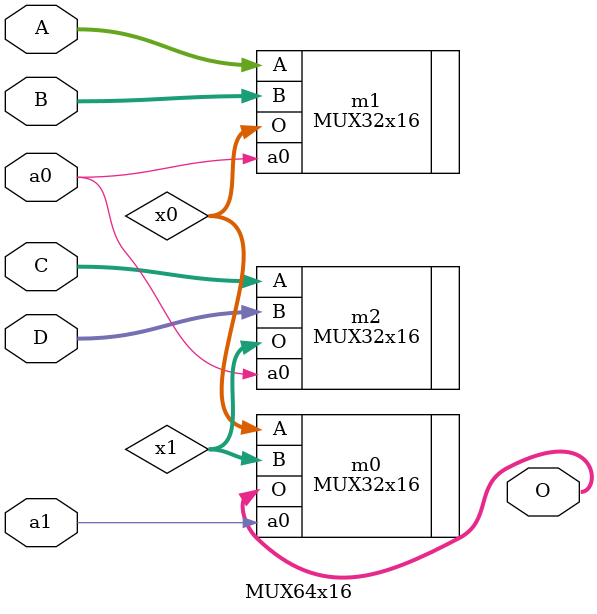
<source format=v>
`include "MUX32x16.v"

module MUX64x16(
  input wire [15:0] A, B, C, D,
  input wire a1, a0,
  output wire [15:0] O
);
  wire [15:0] x1, x0;
  MUX32x16 m2(
    .B (D),
    .A (C),
    .a0 (a0),
    .O (x1)
  );
  
  MUX32x16 m1(
    .B (B),
    .A (A),
    .a0 (a0),
    .O (x0)
  );
  
  MUX32x16 m0(
    .B (x1),
    .A (x0),
    .a0 (a1),
    .O (O)
  );
  
endmodule
</source>
